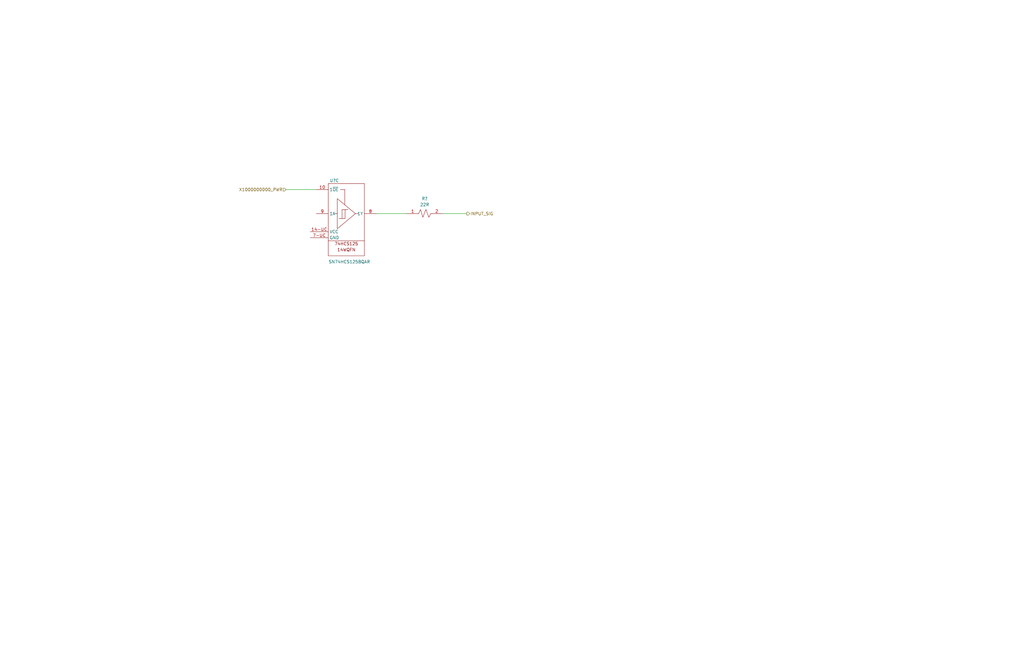
<source format=kicad_sch>
(kicad_sch (version 20211123) (generator eeschema)
  (paper "B")
  (lib_symbols
    (symbol "FREQMeter:22R"
      (property "Reference" "R" (at 15.24 1.27 0))
      (property "Value" "22R" (at -1.27 1.27 0))
      (symbol "22R_0_1"
        (polyline (pts (xy 5.08 0) (xy 5.842 1.778) (xy 6.858 -1.524) (xy 8.128 1.778) (xy 9.398 -1.524) (xy 10.16 0)))
      )
      (symbol "22R_1_1"
        (pin passive line (at 0 0 0) (length 5.08) (name "") (number "1"))
        (pin passive line (at 15.24 0 180) (length 5.08) (name "") (number "2"))
      )
    )
    (symbol "FREQMeter:SN74HCS125BQAR"
      (property "Reference" "U" (at 8.89 16.51 0))
      (property "Value" "SN74HCS125BQAR" (at 19.05 16.51 0))
      (symbol "SN74HCS125BQAR_0_0"
        (polyline (pts (xy 5.08 -11.43) (xy 20.32 -11.43)))
        (polyline (pts (xy 8.89 0) (xy 8.0054 -0.0052)))
        (polyline (pts (xy 16.51 0) (xy 17.78 0)))
        (polyline (pts (xy 9.6134 -2.0902) (xy 12.1534 -2.0902) (xy 12.1534 1.7198) (xy 13.4234 1.7198) (xy 12.1534 1.7198) (xy 10.8834 1.7198) (xy 10.8834 -2.0902)))
        (rectangle (start 5.08 12.7) (end 20.32 -17.78))
        (text "14WQFN" (at 12.7 -15.24 0) (effects (font (size 1.27 1.27))))
        (text "74HCS125" (at 12.7 -12.7 0) (effects (font (size 1.27 1.27))))
      )
      (symbol "SN74HCS125BQAR_0_1"
        (polyline (pts (xy 10.16 10.16) (xy 12.065 10.16) (xy 12.073 3.7723)))
        (polyline (pts (xy 8.89 6.35) (xy 16.51 0) (xy 8.89 -6.35) (xy 8.89 6.35)))
      )
      (symbol "SN74HCS125BQAR_1_1"
        (pin input line (at 0 10.16 0) (length 5.08) (name "1~{OE}") (number "1"))
        (pin power_in line (at -2.54 -7.62 0) (length 7.62) (name "VCC") (number "14-UA"))
        (pin input line (at 0 0 0) (length 5.08) (name "1A") (number "2"))
        (pin output line (at 25.4 0 180) (length 5.08) (name "1Y") (number "3"))
        (pin power_out line (at -2.54 -10.16 0) (length 7.62) (name "GND") (number "7-UA"))
      )
      (symbol "SN74HCS125BQAR_2_1"
        (pin power_in line (at -2.54 -7.62 0) (length 7.62) (name "VCC") (number "14-UB"))
        (pin input line (at 0 10.16 0) (length 5.08) (name "1~{OE}") (number "4"))
        (pin input line (at 0 0 0) (length 5.08) (name "1A") (number "5"))
        (pin output line (at 25.4 0 180) (length 5.08) (name "1Y") (number "6"))
        (pin power_out line (at -2.54 -10.16 0) (length 7.62) (name "GND") (number "7-UB"))
      )
      (symbol "SN74HCS125BQAR_3_1"
        (pin input line (at 0 10.16 0) (length 5.08) (name "1~{OE}") (number "10"))
        (pin power_in line (at -2.54 -7.62 0) (length 7.62) (name "VCC") (number "14-UC"))
        (pin power_out line (at -2.54 -10.16 0) (length 7.62) (name "GND") (number "7-UC"))
        (pin output line (at 25.4 0 180) (length 5.08) (name "1Y") (number "8"))
        (pin input line (at 0 0 0) (length 5.08) (name "1A") (number "9"))
      )
      (symbol "SN74HCS125BQAR_4_1"
        (pin input line (at 0 0 0) (length 5.08) (name "1A") (number "12"))
        (pin input line (at 0 10.16 0) (length 5.08) (name "1~{OE}") (number "13"))
        (pin power_in line (at -2.54 -7.62 0) (length 7.62) (name "VCC") (number "14-UD"))
        (pin output line (at 25.4 0 180) (length 5.08) (name "1Y") (number "6"))
        (pin power_out line (at -2.54 -10.16 0) (length 7.62) (name "GND") (number "7-UD"))
      )
    )
  )
  (wire (pts (xy 120.65 80.01) (xy 133.35 80.01)))
  (wire (pts (xy 186.69 90.17) (xy 196.85 90.17)))
  (wire (pts (xy 158.75 90.17) (xy 171.45 90.17)))
  (hierarchical_label "INPUT_SIG" (shape output) (at 196.85 90.17 0))
  (hierarchical_label "X1000000000_PWR" (shape input) (at 120.65 80.01 180))
  (symbol (lib_id "FREQMeter:SN74HCS125BQAR") (at 133.35 90.17 0) (unit 3)
    (property "Reference" "U?" (at 140.97 76.2 0))
    (property "Value" "SN74HCS125BQAR" (at 147.32 110.49 0))
    (property "Datasheet" "https://www.ti.com/general/docs/suppproductinfo.tsp?distId=10&gotoUrl=http%3A%2F%2Fwww.ti.com%2Flit%2Fgpn%2Fsn74hcs125" (effects hide))
  )
  (symbol (lib_id "FREQMeter:22R") (at 171.45 90.17 0) (unit 1)
    (property "Reference" "R?" (at 179.07 83.82 0))
    (property "Value" "22R" (at 179.07 86.36 0))
    (property "Datasheet" "https://www.seielect.com/catalog/sei-rmcf_rmcp.pdf" (effects hide))
  )
)
</source>
